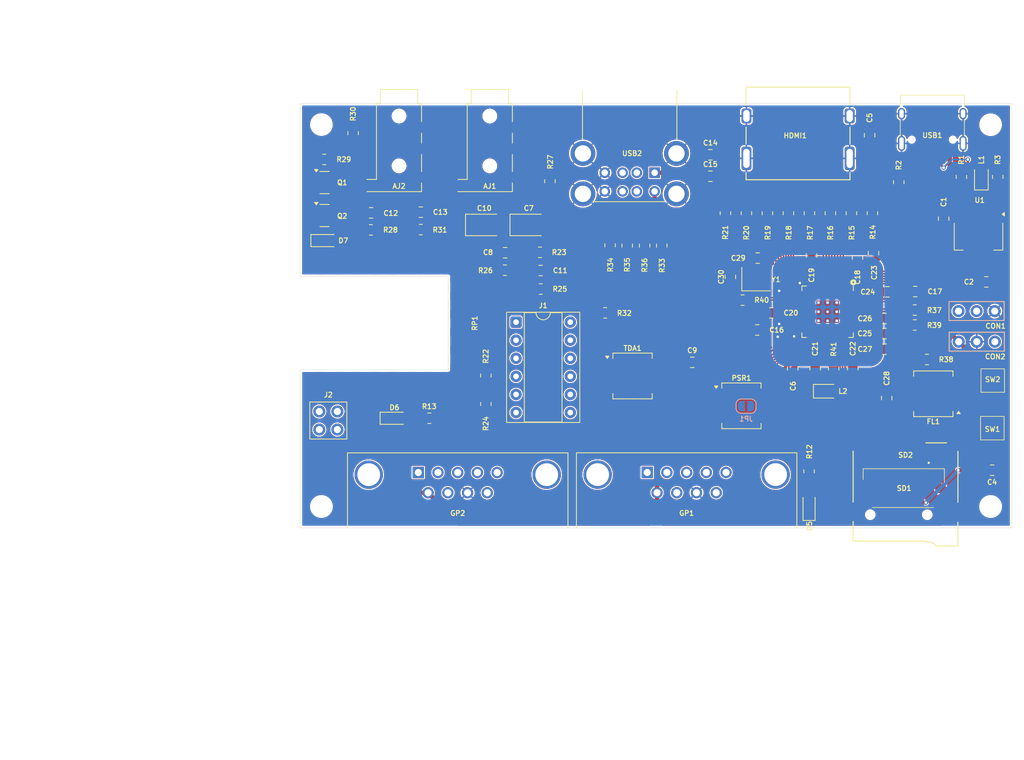
<source format=kicad_pcb>
(kicad_pcb (version 20241229) (generator "pcbnew") (generator_version "9.0")
  (title_block (title "FRANK M1") (date "2025-03-03") (rev "1.14") (company "Mikhail Matveev") (comment 1 "https://github.com/xtremespb/frank"))
  (layers (0 "F.Cu" signal) (2 "B.Cu" signal) (13 "F.Paste" user) (15 "B.Paste" user) (5 "F.SilkS" user "F.Silkscreen") (7 "B.SilkS" user "B.Silkscreen") (1 "F.Mask" user) (3 "B.Mask" user) (25 "Edge.Cuts" user))
  (net 0 "")
  (net 1 "/LOAD_IN_D")
  (net 2 "GND")
  (net 3 "/Audio Out/R")
  (net 4 "/Audio Out/L")
  (net 5 "VBUS")
  (net 6 "+3V3")
  (net 7 "Net-(RP2-VREG_VOUT)")
  (net 8 "Net-(C29-Pad1)")
  (net 9 "/RP2040/XIN")
  (net 10 "/RP2040/QSPI_SD3")
  (net 11 "/RP2040/QSPI_SD2")
  (net 12 "/RP2040/QSPI_SD1")
  (net 13 "/RP2040/QSPI_SCLK")
  (net 14 "/RP2040/QSPI_SS")
  (net 15 "/RP2040/QSPI_SD0")
  (net 16 "Net-(L2-A)")
  (net 17 "/D+")
  (net 18 "Net-(RP2-USB_DP)")
  (net 19 "/RP2040/~{USB_BOOT}")
  (net 20 "/GP1_DATA")
  (net 21 "/GP2_DATA")
  (net 22 "/D-")
  (net 23 "Net-(RP2-USB_DM)")
  (net 24 "/RP2040/XOUT")
  (net 25 "/RP2040/GPIO25")
  (net 30 "Net-(GP1-Pad2)")
  (net 33 "Net-(GP2-Pad2)")
  (net 36 "/A_OUTR")
  (net 37 "/ZGPIO9")
  (net 38 "/ZGPIO29")
  (net 39 "/A_OUTL")
  (net 40 "/A_OUTB")
  (net 41 "/A_TDAR")
  (net 42 "/ZGPIO7")
  (net 43 "/A_TDAL")
  (net 44 "/ZGPIO8")
  (net 45 "/MS_CLK")
  (net 46 "/MS_DATA")
  (net 49 "Net-(C7-Pad1)")
  (net 50 "Net-(C10-Pad1)")
  (net 51 "Net-(C13-Pad2)")
  (net 52 "Net-(USB1-CC1)")
  (net 53 "Net-(USB1-CC2)")
  (net 54 "Net-(USB2-D1+)")
  (net 55 "/USB_D1P")
  (net 56 "/USB_D2P")
  (net 57 "Net-(USB2-D2+)")
  (net 58 "/USB_D1M")
  (net 59 "Net-(USB2-D1-)")
  (net 60 "/USB_D2M")
  (net 61 "Net-(USB2-D2-)")
  (net 62 "/ZGPIO13")
  (net 63 "Net-(D7-K)")
  (net 64 "Net-(D7-A)")
  (net 65 "Net-(L1-A)")
  (net 66 "/ZGPIO0")
  (net 67 "/ZGPIO6")
  (net 68 "/ZGPIO1")
  (net 69 "/ZGPIO26")
  (net 70 "/ZGPIO28")
  (net 71 "/ZGPIO10")
  (net 73 "/ZGPIO27")
  (net 74 "/GPIO23")
  (net 75 "/GPIO24")
  (net 76 "Net-(Q1-B)")
  (net 77 "/GPIO027")
  (net 78 "/SWCLK")
  (net 79 "/SWD")
  (net 80 "/RP2040/RUN")
  (net 81 "/GPIO29")
  (net 82 "/DET")
  (net 83 "/POL")
  (net 84 "/DAT2")
  (net 85 "/DAT1")
  (net 88 "Net-(JP1-A)")
  (net 89 "Net-(TDA1-FLT)")
  (net 90 "/GPIO8")
  (net 91 "/GPIO12")
  (net 92 "/GPIO6")
  (net 93 "/GPIO10")
  (net 94 "/GPIO13")
  (net 95 "/GPIO0")
  (net 96 "/GPIO1")
  (net 97 "/GPIO14")
  (net 98 "/GPIO15")
  (net 99 "/GPIO26")
  (net 100 "/GPIO27")
  (net 101 "/GPIO16")
  (net 102 "/GPIO22")
  (net 103 "/GPIO28")
  (net 104 "/GPIO21")
  (net 105 "/GPIO17")
  (net 106 "/GPIO19")
  (net 107 "/GPIO18")
  (net 108 "/GPIO20")
  (net 109 "/GPIO5")
  (net 110 "/GPIO2")
  (net 111 "/GPIO4")
  (net 112 "/GPIO3")
  (net 113 "Net-(HDMI1-D0P)")
  (net 116 "Net-(HDMI1-CLKN)")
  (net 117 "Net-(HDMI1-D2P)")
  (net 118 "Net-(HDMI1-D1N)")
  (net 120 "Net-(HDMI1-D1P)")
  (net 121 "Net-(HDMI1-D0N)")
  (net 123 "Net-(HDMI1-D2N)")
  (net 125 "Net-(HDMI1-CLKP)")
  (net 126 "/GPIO9")
  (net 127 "/GPIO7")
  (net 128 "/GPIO11")
  (net 131 "/Audio Out/R*")
  (footprint "FRANK:Capacitor (0805)" (layer "F.Cu") (at 204.5375 62.4)
    (property "Reference" "C14")
    (property "Value" "10u")
  )
  (footprint "FRANK:Capacitor (0805)" (layer "F.Cu") (at 224.55 92.3675 -90)
    (property "Reference" "C22")
    (property "Value" "100n")
  )
  (footprint "FRANK:Resistor (0805)" (layer "F.Cu") (at 190.45 75.1 -90)
    (property "Reference" "R34")
    (property "Value" "22R")
  )
  (footprint "FRANK:Resistor (0805)" (layer "F.Cu") (at 224.35 70.6 -90)
    (property "Reference" "R15")
    (property "Value" "270R")
  )
  (footprint "FRANK:Mounting Hole (2.7mm)" (layer "F.Cu") (at 243.9 58.17)
    (property "Reference" "H1" (hide yes))
    (property "Value" "Hole 2.7mm")
  )
  (footprint "FRANK:Capacitor (0805)" (layer "F.Cu") (at 207.35 79.5425 90)
    (property "Reference" "C30")
    (property "Value" "15p")
  )
  (footprint "FRANK:Resistor (0805)" (layer "F.Cu") (at 180.7 81.25)
    (property "Reference" "R25")
    (property "Value" "2K")
  )
  (footprint "FRANK:Diode (SOD-323)" (layer "F.Cu") (at 218.4 111.75 90)
    (property "Reference" "D5")
    (property "Value" "3V3")
  )
  (footprint "FRANK:Resistor (0805)" (layer "F.Cu") (at 195.3 75.15 -90)
    (property "Reference" "R36")
    (property "Value" "22R")
  )
  (footprint "FRANK:MicroSD (SMD, long)" (layer "F.Cu") (at 231.95 101.65 180)
    (property "Reference" "SD2")
    (property "Value" "104031-0811")
  )
  (footprint "FRANK:Capacitor (0805)" (layer "F.Cu") (at 225.2 76.8375 90)
    (property "Reference" "C18")
    (property "Value" "100n")
  )
  (footprint "FRANK:Capacitor (0805)" (layer "F.Cu") (at 243.2875 80.25)
    (property "Reference" "C2")
    (property "Value" "10u")
  )
  (footprint "FRANK:Resistor (0805)" (layer "F.Cu") (at 189.75 84.6)
    (property "Reference" "R32")
    (property "Value" "100R")
  )
  (footprint "FRANK:SOT-23" (layer "F.Cu") (at 150.3375 66.3)
    (property "Reference" "Q1")
    (property "Value" "BC850")
  )
  (footprint "FRANK:Button (SMD, 3x3mm, 1-1)" (layer "F.Cu") (at 245.795 99.14 -90)
    (property "Reference" "SW1")
    (property "Value" "SW_Push" (hide yes))
  )
  (footprint "FRANK:Mounting Hole (2.7mm)" (layer "F.Cu") (at 243.9 111.8)
    (property "Reference" "H3" (hide yes))
    (property "Value" "Hole 2.7mm")
  )
  (footprint "FRANK:Resistor (0805)" (layer "F.Cu") (at 192.85 75.15 -90)
    (property "Reference" "R35")
    (property "Value" "22R")
  )
  (footprint "FRANK:USB Type A (stacked)" (layer "F.Cu") (at 196.7 64.91 -90)
    (property "Reference" "USB2")
    (property "Value" "SS-52100-004")
  )
  (footprint "FRANK:Capacitor (0805)" (layer "F.Cu") (at 229.4125 81.65)
    (property "Reference" "C24")
    (property "Value" "100n")
  )
  (footprint "FRANK:Resistor (0805)" (layer "F.Cu") (at 180.6 76.1 180)
    (property "Reference" "R23")
    (property "Value" "330R")
  )
  (footprint "FRANK:Resistor (0805)" (layer "F.Cu") (at 175.675 78.6 180)
    (property "Reference" "R26")
    (property "Value" "1K")
  )
  (footprint "FRANK:Resistor (0805)" (layer "F.Cu") (at 215.5 70.6 -90)
    (property "Reference" "R18")
    (property "Value" "270R")
  )
  (footprint "FRANK:Resistor (0805)" (layer "F.Cu") (at 231 66.25 90)
    (property "Reference" "R2")
    (property "Value" "5.1K")
  )
  (footprint "FRANK:Diode (SOD-323)" (layer "F.Cu") (at 150.425 74.45)
    (property "Reference" "D7")
    (property "Value" "1N4148")
  )
  (footprint "FRANK:Resistor (0805)" (layer "F.Cu") (at 156.85 72.95)
    (property "Reference" "R28")
    (property "Value" "10K")
  )
  (footprint "FRANK:LED (0805)" (layer "F.Cu") (at 220.875 95.605)
    (property "Reference" "L2")
    (property "Value" "BLUE")
  )
  (footprint "FRANK:Capacitor (3528, tantalum, polar)" (layer "F.Cu") (at 179.025 72.25)
    (property "Reference" "C7")
    (property "Value" "10u")
  )
  (footprint "FRANK:Resistor (0805)" (layer "F.Cu") (at 163.85 72.9 180)
    (property "Reference" "R31")
    (property "Value" "10K")
  )
  (footprint "FRANK:Capacitor (3528, tantalum, polar)" (layer "F.Cu") (at 172.775 72.25)
    (property "Reference" "C10")
    (property "Value" "10u")
  )
  (footprint "FRANK:USB Type C" (layer "F.Cu") (at 235.71 54.015 180)
    (property "Reference" "USB1")
    (property "Value" "USB4215")
  )
  (footprint "FRANK:Capacitor (0805)" (layer "F.Cu") (at 228.9875 87.5)
    (property "Reference" "C25")
    (property "Value" "100n")
  )
  (footprint "FRANK:Mounting Hole (2.7mm)" (layer "F.Cu") (at 149.9 111.8)
    (property "Reference" "H4" (hide yes))
    (property "Value" "Hole 2.7mm")
  )
  (footprint "FRANK:Capacitor (0805)" (layer "F.Cu") (at 237.3 71.3625 -90)
    (property "Reference" "C1")
    (property "Value" "10u")
  )
  (footprint "FRANK:DIP Switch (6x6)" (layer "F.Cu") (at 177.24 85.9)
    (property "Reference" "J1")
    (property "Value" "Pin Header 2x18" (hide yes))
  )
  (footprint "FRANK:D-SUB (9 pin, male, top mount)" (layer "F.Cu") (at 163.505 107.025)
    (property "Reference" "GP2")
    (property "Value" "D-SUB 9 Male")
  )
  (footprint "FRANK:Resistor (0805)" (layer "F.Cu") (at 173 93.4 90)
    (property "Reference" "R22")
    (property "Value" "1K")
  )
  (footprint "FRANK:Capacitor (0805)" (layer "F.Cu") (at 204.5375 65.41)
    (property "Reference" "C15")
    (property "Value" "10u")
  )
  (footprint "FRANK:Capacitor (0805)" (layer "F.Cu") (at 227.45 76.2125 90)
    (property "Reference" "C23")
    (property "Value" "100n")
  )
  (footprint "FRANK:Resistor (0805)" (layer "F.Cu") (at 173 97.4 -90)
    (property "Reference" "R24")
    (property "Value" "2K")
  )
  (footprint "FRANK:Capacitor (0805)" (layer "F.Cu") (at 201.9875 91.55)
    (property "Reference" "C9")
    (property "Value" "10u")
  )
  (footprint "FRANK:Resistor (0805)" (layer "F.Cu") (at 218.45 70.6 -90)
    (property "Reference" "R17")
    (property "Value" "270R")
  )
  (footprint "FRANK:SOIC-8" (layer "F.Cu") (at 235.85 95.965 180)
    (property "Reference" "FL1")
    (property "Value" "W25Q128JVSIQ")
  )
  (footprint "FRANK:Diode (SOD-323)" (layer "F.Cu") (at 160.155 99.4)
    (property "Reference" "D6")
    (property "Value" "3V3")
  )
  (footprint "FRANK:Jack (3.5mm, PJ-320D)" (layer "F.Cu") (at 160.8 61.7 -90)
    (property "Reference" "AJ2")
    (property "Value" "SJ1-353XNG" (hide yes))
  )
  (footprint "FRANK:Capacitor (0805)" (layer "F.Cu") (at 219.25 92.3675 -90)
    (property "Reference" "C21")
    (property "Value" "100n")
  )
  (footprint "FRANK:Resistor (0805)" (layer "F.Cu") (at 233.25 86.3 180)
    (property "Reference" "R39")
    (property "Value" "27R")
  )
  (footprint "FRANK:Resistor (0805)" (layer "F.Cu") (at 209.05 82.805 180)
    (property "Reference" "R40")
    (property "Value" "1K")
  )
  (footprint "FRANK:Resistor (0805)" (layer "F.Cu") (at 209.6 70.6 -90)
    (property "Reference" "R20")
    (property "Value" "270R")
  )
  (footprint "FRANK:Resistor (0805)" (layer "F.Cu") (at 239.8 65.5 90)
    (property "Reference" "R1")
    (property "Value" "5.1K")
  )
  (footprint "FRANK:Resistor (0805)" (layer "F.Cu") (at 182 66.1 90)
    (property "Reference" "R27")
    (property "Value" "330R")
  )
  (footprint "FRANK:Mounting Hole (2.7mm)" (layer "F.Cu") (at 149.9 58.15)
    (property "Reference" "H2" (hide yes))
    (property "Value" "Hole 2.7mm")
  )
  (footprint "FRANK:Resistor (0805)" (layer "F.Cu") (at 154.35 59.35 90)
    (property "Reference" "R30")
    (property "Value" "10K")
  )
  (footprint "FRANK:Capacitor (0805)" (layer "F.Cu") (at 180.6875 78.65)
    (property "Reference" "C11")
    (property "Value" "10n")
  )
  (footprint "FRANK:Button (SMD, 3x3mm, 1-1)" (layer "F.Cu") (at 242.55 95.755 90)
    (property "Reference" "SW2")
    (property "Value" "SW_Push" (hide yes))
  )
  (footprint "FRANK:Resistor (0805)" (layer "F.Cu") (at 221.85 92.405 90)
    (property "Reference" "R41")
    (property "Value" "1K")
  )
  (footprint "FRANK:Resistor (0805)" (layer "F.Cu") (at 212.55 70.6 -90)
    (property "Reference" "R19")
    (property "Value" "270R")
  )
  (footprint "FRANK:Resistor (0805)" (layer "F.Cu") (at 244.9 65.5 -90)
    (property "Reference" "R3")
    (property "Value" "1K")
  )
  (footprint "FRANK:Resistor (0805)" (layer "F.Cu") (at 197.7 75.15 -90)
    (property "Reference" "R33")
    (property "Value" "22R")
  )
  (footprint "FRANK:Capacitor (0805)" (layer "F.Cu") (at 229.3 96.5625 90)
    (property "Reference" "C28")
    (property "Value" "100n")
  )
  (footprint "FRANK:Capacitor (0805)" (layer "F.Cu") (at 163.8625 70.45 180)
    (property "Reference" "C13")
    (property "Value" "100n")
  )
  (footprint "FRANK:Resistor (0805)" (layer "F.Cu") (at 233.25 84.2 180)
    (property "Reference" "R37")
    (property "Value" "27R")
  )
  (footprint "FRANK:Capacitor (0805)" (layer "F.Cu") (at 228.9875 89.7)
    (property "Reference" "C27")
    (property "Value" "1u")
  )
  (footprint "FRANK:Capacitor (0805)" (layer "F.Cu") (at 218.75 76.5425 90)
    (property "Reference" "C19")
    (property "Value" "100n")
  )
  (footprint "FRANK:Capacitor (0805)" (layer "F.Cu") (at 211.1875 76.905 180)
    (property "Reference" "C29")
    (property "Value" "15p")
  )
  (footprint "FRANK:QFN 56" (layer "F.Cu") (at 221 84.4375 -90)
    (property "Reference" "RP2" (hide yes))
    (property "Value" "RP2040")
  )
  (footprint "FRANK:Capacitor (0805)" (layer "F.Cu") (at 226.9 59.6375 90)
    (property "Reference" "C5")
    (property "Value" "100n")
  )
  (footprint "FRANK:Capacitor (0805)" (layer "F.Cu") (at 233.3125 81.6)
    (property "Reference" "C17")
    (property "Value" "100n")
  )
  (footprint "FRANK:Raspberry Pi Zero (on board)" (layer "F.Cu") (at 158.66 86.05 90)
    (property "Reference" "RP1" (hide yes))
    (property "Value" "RP2040-Zero" (hide yes))
  )
  (footprint "FRANK:Resistor (0805)" (layer "F.Cu") (at 221.4 70.6 -90)
    (property "Reference" "R16")
    (property "Value" "270R")
  )
  (footprint "FRANK:D-SUB (9 pin, male, top mount)" (layer "F.Cu") (at 195.66 107.015)
    (property "Reference" "GP1")
    (property "Value" "D-SUB 9 Male")
  )
  (footprint "FRANK:SOT-223" (layer "F.Cu") (at 242.2 73.875 -90)
    (property "Reference" "U1")
    (property "Value" "NCP1117 3.3")
  )
  (footprint "FRANK:SOIC-8" (layer "F.Cu") (at 208.9 97.655)
    (property "Reference" "PSR1")
    (property "Value" "ESP-PSRAM32")
  )
  (footprint "FRANK:Capacitor (0805)" (layer "F.Cu") (at 244.1125 106.7 180)
    (property "Reference" "C4")
    (property "Value" "100n")
  )
  (footprint "FRANK:Capacitor (0805)" (layer "F.Cu") (at 213.0875 84.605 180)
    (property "Reference" "C20")
    (property "Value" "100n")
  )
  (footprint "FRANK:Pin Header (1x03)" (layer "F.Cu") (at 244.475 84.35 -90)
    (property "Reference" "CON1")
    (property "Value" "Pin Header 1x03")
  )
  (footprint "FRANK:Capacitor (0805)" (layer "F.Cu") (at 211.1125 87.005 180)
    (property "Reference" "C16")
    (property "Value" "100n")
  )
  (footprint "FRANK:HDMI (female)" (layer "F.Cu") (at 216.85 62.9 180)
    (property "Reference" "HDMI1")
    (property "Value" "DC3RX19JA2")
  )
  (footprint "FRANK:Capacitor (0805)" (layer "F.Cu") (at 228.9875 85.4)
    (property "Reference" "C26")
    (property "Value" "1u")
  )
  (footprint "FRANK:Jack (3.5mm, PJ-320D)" (layer "F.Cu") (at 173.55 61.7 -90)
    (property "Reference" "AJ1")
    (property "Value" "SJ1-353XNG" (hide yes))
  )
  (footprint "FRANK:Crystal (3225)" (layer "F.Cu") (at 210.95 79.855)
    (property "Reference" "Y1")
    (property "Value" "12 MHz")
  )
  (footprint "FRANK:Resistor (0805)" (layer "F.Cu") (at 165.05 99.4)
    (property "Reference" "R13")
    (property "Value" "1K")
  )
  (footprint "FRANK:Capacitor (0805)" (layer "F.Cu") (at 216.1 92.3875 -90)
    (property "Reference" "C6")
    (property "Value" "100n")
  )
  (footprint "FRANK:Capacitor (0805)" (layer "F.Cu") (at 175.7125 76.15 180)
    (property "Reference" "C8")
    (property "Value" "10n")
  )
  (footprint "FRANK:Resistor (0805)" (layer "F.Cu") (at 234.95 91.15)
    (property "Reference" "R38")
    (property "Value" "1K")
  )
  (footprint "FRANK:LED (0805)" (layer "F.Cu") (at 242.6 65.475 90)
    (property "Reference" "L1")
    (property "Value" "Green")
  )
  (footprint "FRANK:Capacitor (0805)" (layer "F.Cu") (at 156.8875 70.55)
    (property "Reference" "C12")
    (property "Value" "100n")
  )
  (footprint "FRANK:Resistor (0805)" (layer "F.Cu") (at 206.65 70.6 -90)
    (property "Reference" "R21")
    (property "Value" "270R")
  )
  (footprint "FRANK:SOT-23" (layer "F.Cu") (at 150.3375 70.925)
    (property "Reference" "Q2")
    (property "Value" "BC850")
  )
  (footprint "FRANK:Resistor (0805)" (layer "F.Cu") (at 218.4 106.855 90)
    (property "Reference" "R12")
    (property "Value" "1K")
  )
  (footprint "FRANK:Pin Header (1x03)" (layer "F.Cu") (at 239.42 88.65 90)
    (property "Reference" "CON2")
    (property "Value" "Pin Header 1x03")
  )
  (footprint "FRANK:Resistor (0805)" (layer "F.Cu") (at 227.3 70.6 -90)
    (property "Reference" "R14")
    (property "Value" "270R")
  )
  (footprint "FRANK:SOIC-8" (layer "F.Cu") (at 193.6 93.465)
    (property "Reference" "TDA1")
    (property "Value" "TDA1387T")
  )
  (footprint "FRANK:Resistor (0805)" (layer "F.Cu") (at 150.3 63.05)
    (property "Reference" "R29")
    (property "Value" "1K")
  )
  (footprint "FRANK:MicroSD (SMD, short)" (layer "F.Cu") (at 231.7 109.24)
    (property "Reference" "SD1")
    (property "Value" "0475710001" (hide yes))
  )
  (footprint "FRANK:Pin Header (2x02)" (layer "F.Cu") (at 149.6 98.45)
    (property "Reference" "J2")
    (property "Value" "Pin Header 2x18" (hide yes))
  )
  (footprint "FRANK:Jumper (solder)" (layer "B.Cu") (at 209.55 97.7)
    (property "Reference" "JP1")
    (property "Value" "Jumper (Solder)")
  )
  (gr_line (start 167.7 92.6) (end 167.7 79.5) (stroke (width 0.05)) (layer "Edge.Cuts"))
  (gr_line (start 146.9 92.6) (end 167.7 92.6) (stroke (width 0.05)) (layer "Edge.Cuts"))
  (gr_line (start 146.9 92.6) (end 146.9 114.8) (stroke (width 0.05)) (layer "Edge.Cuts"))
  (gr_line (start 146.9 55.17) (end 246.9 55.17) (stroke (width 0.05)) (layer "Edge.Cuts"))
  (gr_line (start 167.7 79.5) (end 146.9 79.5) (stroke (width 0.05)) (layer "Edge.Cuts"))
  (gr_line (start 246.9 114.8) (end 146.9 114.8) (stroke (width 0.05)) (layer "Edge.Cuts"))
  (gr_line (start 246.9 114.8) (end 246.9 55.17) (stroke (width 0.05)) (layer "Edge.Cuts"))
  (gr_line (start 146.9 79.5) (end 146.9 55.17) (stroke (width 0.05)) (layer "Edge.Cuts"))
  (segment (start 197.045 109.855) (end 197.045 113.054) (width 0.6) (layer "F.Cu") (net 5))
  (segment (start 200.681685 70.081) (end 197.731 70.081) (width 0.6) (layer "F.Cu") (net 5))
  (segment (start 238.55 112.45) (end 236.801 114.199) (width 0.6) (layer "F.Cu") (net 5))
  (segment (start 147.9 94.77) (end 148.5 94.17) (width 0.6) (layer "F.Cu") (net 5))
  (segment (start 242.5 62.65) (end 244.848292 62.65) (width 0.6) (layer "F.Cu") (net 5))
  (segment (start 234.561719 59.55) (end 236.7 59.55) (width 0.3) (layer "F.Cu") (net 5))
  (segment (start 195.9 114.199) (end 169.224 114.199) (width 0.6) (layer "F.Cu") (net 5))
  (segment (start 238.55 110.7) (end 238.55 112.45) (width 0.6) (layer "F.Cu") (net 5))
  (segment (start 224.310654 65.26) (end 226.9 62.670654) (width 0.3) (layer "F.Cu") (net 5))
  (segment (start 205.225 60.675) (end 203.5 62.4) (width 0.6) (layer "F.Cu") (net 5))
  (segment (start 240.951 64.199) (end 242.5 62.65) (width 0.6) (layer "F.Cu") (net 5))
  (segment (start 238.16 61.01) (end 238.16 61.71) (width 0.3) (layer "F.Cu") (net 5))
  (segment (start 246.051 85.849) (end 246.201 85.999) (width 0.6) (layer "F.Cu") (net 5))
  (segment (start 244.848292 62.65) (end 246.051 63.852708) (width 0.6) (layer "F.Cu") (net 5))
  (segment (start 237.3 70.325) (end 238.16 69.465) (width 0.6) (layer "F.Cu") (net 5))
  (segment (start 197.045 99.705) (end 197.1 99.65) (width 0.6) (layer "F.Cu") (net 5))
  (segment (start 197.731 70.081) (end 196.7 69.05) (width 0.6) (layer "F.Cu") (net 5))
  (segment (start 147.9 109.2) (end 147.9 94.77) (width 0.6) (layer "F.Cu") (net 5))
  (segment (start 197.045 109.855) (end 197.045 99.705) (width 0.6) (layer "F.Cu") (net 5))
  (segment (start 203.5 65.41) (end 203.5 62.4) (width 0.6) (layer "F.Cu") (net 5))
  (segment (start 197.899 114.199) (end 197.045 113.345) (width 0.6) (layer "F.Cu") (net 5))
  (segment (start 200.99 64.91) (end 196.7 64.91) (width 0.6) (layer "F.Cu") (net 5))
  (segment (start 226.9 60.675) (end 229.111 62.886) (width 0.6) (layer "F.Cu") (net 5))
  (segment (start 239.5 70.325) (end 239.9 70.725) (width 0.6) (layer "F.Cu") (net 5))
  (segment (start 241.374 107.876) (end 238.55 110.7) (width 0.6) (layer "F.Cu") (net 5))
  (segment (start 240.951 69.674) (end 240.951 64.199) (width 0.6) (layer "F.Cu") (net 5))
  (segment (start 237.3 70.325) (end 239.5 70.325) (width 0.6) (layer "F.Cu") (net 5))
  (segment (start 169.224 114.199) (end 164.89 109.865) (width 0.6) (layer "F.Cu") (net 5))
  (segment (start 203.5 67.262685) (end 200.681685 70.081) (width 0.6) (layer "F.Cu") (net 5))
  (segment (start 220.85 65.26) (end 224.310654 65.26) (width 0.3) (layer "F.Cu") (net 5))
  (segment (start 226.9 62.670654) (end 226.9 60.675) (width 0.3) (layer "F.Cu") (net 5))
  (segment (start 233.023 62.886) (end 233.26 62.649) (width 0.6) (layer "F.Cu") (net 5))
  (segment (start 233.26 61.71) (end 233.26 60.851719) (width 0.3) (layer "F.Cu") (net 5))
  (segment (start 220.85 63.66) (end 220.85 65.26) (width 0.3) (layer "F.Cu") (net 5))
  (segment (start 229.111 62.886) (end 233.023 62.886) (width 0.6) (layer "F.Cu") (net 5))
  (segment (start 164.89 109.865) (end 148.565 109.865) (width 0.6) (layer "F.Cu") (net 5))
  (segment (start 203.5 65.41) (end 203.5 67.262685) (width 0.6) (layer "F.Cu") (net 5))
  (segment (start 236.7 59.55) (end 238.16 61.01) (width 0.3) (layer "F.Cu") (net 5))
  (segment (start 197.1 99.65) (end 197.1 95.37) (width 0.6) (layer "F.Cu") (net 5))
  (segment (start 238.16 69.465) (end 238.16 61.71) (width 0.6) (layer "F.Cu") (net 5))
  (segment (start 203.5 62.4) (end 200.99 64.91) (width 0.6) (layer "F.Cu") (net 5))
  (segment (start 246.201 107.799) (end 246.124 107.876) (width 0.6) (layer "F.Cu") (net 5))
  (segment (start 233.26 60.851719) (end 234.561719 59.55) (width 0.3) (layer "F.Cu") (net 5))
  (segment (start 226.9 60.675) (end 205.225 60.675) (width 0.6) (layer "F.Cu") (net 5))
  (segment (start 236.801 114.199) (end 197.899 114.199) (width 0.6) (layer "F.Cu") (net 5))
  (segment (start 148.565 109.865) (end 147.9 109.2) (width 0.6) (layer "F.Cu") (net 5))
  (segment (start 246.051 63.852708) (end 246.051 85.849) (width 0.6) (layer "F.Cu") (net 5))
  (segment (start 239.9 70.725) (end 240.951 69.674) (width 0.6) (layer "F.Cu") (net 5))
  (segment (start 246.124 107.876) (end 241.374 107.876) (width 0.6) (layer "F.Cu") (net 5))
  (segment (start 233.26 62.649) (end 233.26 61.71) (width 0.6) (layer "F.Cu") (net 5))
  (segment (start 197.045 113.054) (end 195.9 114.199) (width 0.6) (layer "F.Cu") (net 5))
  (segment (start 197.045 113.345) (end 197.045 109.855) (width 0.6) (layer "F.Cu") (net 5))
  (segment (start 196.7 69.05) (end 196.7 67.53) (width 0.6) (layer "F.Cu") (net 5))
  (segment (start 246.201 85.999) (end 246.201 107.799) (width 0.6) (layer "F.Cu") (net 5))
  (segment (start 213.75 95.75) (end 213.75 93.7) (width 0.6) (layer "F.Cu") (net 6))
  (segment (start 242.2 77.025) (end 242.2 80.2) (width 0.6) (layer "F.Cu") (net 6))
  (segment (start 244.35 91.870778) (end 244.35 105.425) (width 0.6) (layer "F.Cu") (net 6))
  (segment (start 242.2 80.2) (end 242.25 80.25) (width 0.6) (layer "F.Cu") (net 6))
  (segment (start 236.8 76.949) (end 227.751 76.949) (width 0.6) (layer "F.Cu") (net 6))
  (segment (start 233.45 111.25) (end 231.95 109.75) (width 0.6) (layer "F.Cu") (net 6))
  (segment (start 213.75 93.7) (end 216.1 91.35) (width 0.6) (layer "F.Cu") (net 6))
  (segment (start 242.2 77.025) (end 242.124 76.949) (width 0.6) (layer "F.Cu") (net 6))
  (segment (start 242.2 70.725) (end 242.2 69.2) (width 0.6) (layer "F.Cu") (net 6))
  (segment (start 230.9 103.402) (end 230.9 102.45) (width 0.6) (layer "F.Cu") (net 6))
  (segment (start 241.814 91.044) (end 243.523222 91.044) (width 0.6) (layer "F.Cu") (net 6))
  (segment (start 231.95 109.75) (end 231.95 107.8) (width 0.6) (layer "F.Cu") (net 6))
  (segment (start 231.95 104.452) (end 230.9 103.402) (width 0.6) (layer "F.Cu") (net 6))
  (segment (start 243.075 106.7) (end 239.35 106.7) (width 0.6) (layer "F.Cu") (net 6))
  (segment (start 230.9 102.45) (end 230.9 99.2) (width 0.6) (layer "F.Cu") (net 6))
  (segment (start 242.124 76.949) (end 236.8 76.949) (width 0.6) (layer "F.Cu") (net 6))
  (segment (start 236.8 76.949) (end 238.6 78.749) (width 0.6) (layer "F.Cu") (net 6))
  (segment (start 229.3 97.6) (end 229.57 97.87) (width 0.6) (layer "F.Cu") (net 6))
  (segment (start 238.6 83.305108) (end 238.094 83.811108) (width 0.6) (layer "F.Cu") (net 6))
  (segment (start 227.751 76.949) (end 227.45 77.25) (width 0.6) (layer "F.Cu") (net 6))
  (segment (start 212.4 95.75) (end 213.75 95.75) (width 0.6) (layer "F.Cu") (net 6))
  (segment (start 230.9 99.2) (end 229.3 97.6) (width 0.6) (layer "F.Cu") (net 6))
  (segment (start 244.35 105.425) (end 243.075 106.7) (width 0.6) (layer "F.Cu") (net 6))
  (segment (start 243.523222 91.044) (end 244.35 91.870778) (width 0.6) (layer "F.Cu") (net 6))
  (segment (start 242.2 69.2) (end 244.9 66.5) (width 0.6) (layer "F.Cu") (net 6))
  (segment (start 238.094 87.324) (end 239.42 88.65) (width 0.6) (layer "F.Cu") (net 6))
  (segment (start 231.95 107.8) (end 231.95 104.452) (width 0.6) (layer "F.Cu") (net 6))
  (segment (start 238.094 83.811108) (end 238.094 87.324) (width 0.6) (layer "F.Cu") (net 6))
  (segment (start 239.42 88.65) (end 241.814 91.044) (width 0.6) (layer "F.Cu") (net 6))
  (segment (start 234.8 111.25) (end 233.45 111.25) (width 0.6) (layer "F.Cu") (net 6))
  (segment (start 229.57 97.87) (end 232.35 97.87) (width 0.6) (layer "F.Cu") (net 6))
  (segment (start 238.6 78.749) (end 238.6 83.305108) (width 0.6) (layer "F.Cu") (net 6))
  (segment (start 242.2 77.025) (end 242.2 70.725) (width 0.6) (layer "F.Cu") (net 6))
  (via (at 234.8 111.25) (size 0.6) (drill 0.35) (layers "F.Cu" "B.Cu") (net 6))
  (via (at 239.35 106.7) (size 0.6) (drill 0.35) (layers "F.Cu" "B.Cu") (net 6))
  (via (at 217.1 80.4) (size 0.6) (drill 0.35) (layers "F.Cu" "B.Cu") (net 6))
  (via (at 214 87.95) (size 0.6) (drill 0.35) (layers "F.Cu" "B.Cu") (net 6))
  (via (at 214.2 81.5) (size 0.6) (drill 0.35) (layers "F.Cu" "B.Cu") (net 6))
  (via (at 214.2 86.15) (size 0.6) (drill 0.35) (layers "F.Cu" "B.Cu") (net 6))
  (via (at 216.3 87.9) (size 0.6) (drill 0.35) (layers "F.Cu" "B.Cu") (net 6))
  (segment (start 239.35 106.7) (end 234.8 111.25) (width 0.6) (layer "B.Cu") (net 6))
  (segment (start 226.718583 85.096246) (end 226.914829 84.9) (width 0.2) (layer "F.Cu") (net 7))
  (segment (start 226.718582 85.096246) (end 226.718583 85.096246) (width 0.2) (layer "F.Cu") (net 7))
  (segment (start 225.544446 84.2375) (end 226.768779 83.013166) (width 0.2) (layer "F.Cu") (net 7))
  (segment (start 224.4375 84.2375) (end 225.544446 84.2375) (width 0.2) (layer "F.Cu") (net 7))
  (segment (start 224.4375 86.2375) (end 225.1125 86.2375) (width 0.2) (layer "F.Cu") (net 7))
  (segment (start 225.83194 85.982888) (end 225.83194 85.982889) (width 0.2) (layer "F.Cu") (net 7))
  (segment (start 216.8625 85.0375) (end 214.895 87.005) (width 0.2) (layer "F.Cu") (net 7))
  (segment (start 226.914828 84.9) (end 227.95 84.9) (width 0.2) (layer "F.Cu") (net 7))
  (segment (start 226.914829 84.9) (end 226.914828 84.9) (width 0.2) (layer "F.Cu") (net 7))
  (segment (start 226.768779 83.013166) (end 230.614782 83.013166) (width 0.2) (layer "F.Cu") (net 7))
  (segment (start 225.83194 85.982889) (end 226.718582 85.096246) (width 0.2) (layer "F.Cu") (net 7))
  (segment (start 232.05 81.577948) (end 232.05 81.45) (width 0.2) (layer "F.Cu") (net 7))
  (segment (start 230.614782 83.013166) (end 232.05 81.577948) (width 0.2) (layer "F.Cu") (net 7))
  (segment (start 225.1615 86.1885) (end 225.335552 86.1885) (width 0.2) (layer "F.Cu") (net 7))
  (segment (start 225.626328 86.1885) (end 225.83194 85.982888) (width 0.2) (layer "F.Cu") (net 7))
  (segment (start 225.626328 86.1885) (end 225.626329 86.1885) (width 0.2) (layer "F.Cu") (net 7))
  (segment (start 225.335552 86.1885) (end 225.626328 86.1885) (width 0.2) (layer "F.Cu") (net 7))
  (segment (start 225.1125 86.2375) (end 225.1615 86.1885) (width 0.2) (layer "F.Cu") (net 7))
  (segment (start 217.5625 85.0375) (end 216.8625 85.0375) (width 0.2) (layer "F.Cu") (net 7))
  (segment (start 214.895 87.005) (end 212.15 87.005) (width 0.2) (layer "F.Cu") (net 7))
  (segment (start 214.356 82.659612) (end 214.356 82.659611) (width 0.2) (layer "F.Cu") (net 9))
  (segment (start 217.5625 83.8375) (end 215.533888 83.8375) (width 0.2) (layer "F.Cu") (net 9))
  (segment (start 214.054 82.454) (end 213.859612 82.454) (width 0.2) (layer "F.Cu") (net 9))
  (segment (start 211.599 82.454) (end 209.85 80.705) (width 0.2) (layer "F.Cu") (net 9))
  (segment (start 213.859612 82.454) (end 211.599 82.454) (width 0.2) (layer "F.Cu") (net 9))
  (segment (start 214.356 82.659611) (end 214.150389 82.454) (width 0.2) (layer "F.Cu") (net 9))
  (segment (start 214.150389 82.454) (end 214.150388 82.454) (width 0.2) (layer "F.Cu") (net 9))
  (segment (start 214.150388 82.454) (end 214.054 82.454) (width 0.2) (layer "F.Cu") (net 9))
  (segment (start 215.533888 83.8375) (end 214.356 82.659612) (width 0.2) (layer "F.Cu") (net 9))
  (segment (start 227.330552 80.505) (end 228.45 80.505) (width 0.2) (layer "F.Cu") (net 10))
  (segment (start 231.4 79.85) (end 231.95 79.3) (width 0.2) (layer "F.Cu") (net 10))
  (segment (start 227.25 82.035557) (end 227.25 80.8) (width 0.2) (layer "F.Cu") (net 10))
  (segment (start 225.448057 83.8375) (end 226.417779 82.867778) (width 0.2) (layer "F.Cu") (net 10))
  (segment (start 224.4375 83.8375) (end 225.448057 83.8375) (width 0.2) (layer "F.Cu") (net 10))
  (segment (start 228.45 80.505) (end 230.745 80.505) (width 0.2) (layer "F.Cu") (net 10))
  (segment (start 227.25 80.8) (end 227.25 80.585552) (width 0.2) (layer "F.Cu") (net 10))
  (segment (start 230.745 80.505) (end 231.4 79.85) (width 0.2) (layer "F.Cu") (net 10))
  (segment (start 226.417779 82.867778) (end 227.25 82.035557) (width 0.2) (layer "F.Cu") (net 10))
  (segment (start 227.25 80.585552) (end 227.330552 80.505) (width 0.2) (layer "F.Cu") (net 10))
  (segment (start 225.158888 82.6375) (end 225.207889 82.5885) (width 0.2) (layer "F.Cu") (net 11))
  (segment (start 230.451 79.245389) (end 231.423194 78.273194) (width 0.2) (layer "F.Cu") (net 11))
  (segment (start 225.746388 82.046388) (end 226.152 81.640776) (width 0.2) (layer "F.Cu") (net 11))
  (segment (start 226.152 80.952) (end 226.152 80.194388) (width 0.2) (layer "F.Cu") (net 11))
  (segment (start 225.4135 82.382889) (end 225.4135 82.382888) (width 0.2) (layer "F.Cu") (net 11))
  (segment (start 226.152 80.194388) (end 226.894388 79.452) (width 0.2) (layer "F.Cu") (net 11))
  (segment (start 225.207889 82.5885) (end 225.207888 82.5885) (width 0.2) (layer "F.Cu") (net 11))
  (segment (start 225.4135 82.382888) (end 225.451 82.345389) (width 0.2) (layer "F.Cu") (net 11))
  (segment (start 230.245388 79.451) (end 230.245389 79.451) (width 0.2) (layer "F.Cu") (net 11))
  (segment (start 225.207889 82.5885) (end 225.4135 82.382889) (width 0.2) (layer "F.Cu") (net 11))
  (segment (start 230.241778 79.451) (end 230.245388 79.451) (width 0.2) (layer "F.Cu") (net 11))
  (segment (start 230.240777 79.452) (end 230.241778 79.451) (width 0.2) (layer "F.Cu") (net 11))
  (segment (start 226.894388 79.452) (end 229.950001 79.452) (width 0.2) (layer "F.Cu") (net 11))
  (segment (start 230.245389 79.451) (end 230.451 79.245389) (width 0.2) (layer "F.Cu") (net 11))
  (segment (start 230.240778 79.452) (end 230.240777 79.452) (width 0.2) (layer "F.Cu") (net 11))
  (segment (start 226.152 81.640776) (end 226.152 80.952) (width 0.2) (layer "F.Cu") (net 11))
  (segment (start 225.746388 82.05) (end 225.746388 82.046388) (width 0.2) (layer "F.Cu") (net 11))
  (segment (start 224.4375 82.6375) (end 225.158888 82.6375) (width 0.2) (layer "F.Cu") (net 11))
  (segment (start 229.950001 79.452) (end 230.240778 79.452) (width 0.2) (layer "F.Cu") (net 11))
  (segment (start 225.451 82.345389) (end 225.746388 82.05) (width 0.2) (layer "F.Cu") (net 11))
  (segment (start 225.3135 81.982889) (end 225.3135 81.982888) (width 0.2) (layer "F.Cu") (net 12))
  (segment (start 230.095389 79.101) (end 230.096389 79.1) (width 0.2) (layer "F.Cu") (net 12))
  (segment (start 225.1 82.196388) (end 225.107888 82.1885) (width 0.2) (layer "F.Cu") (net 12))
  (segment (start 225.107888 82.1885) (end 225.107889 82.1885) (width 0.2) (layer "F.Cu") (net 12))
  (segment (start 225.595389 81.701) (end 225.595388 81.701) (width 0.2) (layer "F.Cu") (net 12))
  (segment (start 225.595389 81.701) (end 225.801 81.495389) (width 0.2) (layer "F.Cu") (net 12))
  (segment (start 225.3135 81.982888) (end 225.595389 81.701) (width 0.2) (layer "F.Cu") (net 12))
  (segment (start 225.1 82.2) (end 225.1 82.196388) (width 0.2) (layer "F.Cu") (net 12))
  (segment (start 225.801 80.049) (end 226.749 79.101) (width 0.2) (layer "F.Cu") (net 12))
  (segment (start 225.0625 82.2375) (end 225.1 82.2) (width 0.2) (layer "F.Cu") (net 12))
  (segment (start 225.801 81.495389) (end 225.801 80.049) (width 0.2) (layer "F.Cu") (net 12))
  (segment (start 226.749 79.101) (end 230.095389 79.101) (width 0.2) (layer "F.Cu") (net 12))
  (segment (start 224.4375 82.2375) (end 225.0625 82.2375) (width 0.2) (layer "F.Cu") (net 12))
  (segment (start 225.107889 82.1885) (end 225.3135 81.982889) (width 0.2) (layer "F.Cu") (net 12))
  (segment (start 230.1 79.1) (end 231.35 77.85) (width 0.2) (layer "F.Cu") (net 12))
  (segment (start 230.096389 79.1) (end 230.1 79.1) (width 0.2) (layer "F.Cu") (net 12))
  (segment (start 227.185164 80.154) (end 229.05 80.154) (width 0.2) (layer "F.Cu") (net 13))
  (segment (start 230.592388 80.154001) (end 231.773194 78.973194) (width 0.2) (layer "F.Cu") (net 13))
  (segment (start 226.854 81.935169) (end 226.854 80.7) (width 0.2) (layer "F.Cu") (net 13))
  (segment (start 225.769586 83.019583) (end 226.854 81.935169) (width 0.2) (layer "F.Cu") (net 13))
  (segment (start 226.854 80.485164) (end 227.185164 80.154) (width 0.2) (layer "F.Cu") (net 13))
  (segment (start 225.351669 83.4375) (end 225.769586 83.019583) (width 0.2) (layer "F.Cu") (net 13))
  (segment (start 226.854 80.7) (end 226.854 80.485164) (width 0.2) (layer "F.Cu") (net 13))
  (segment (start 229.05 80.154) (end 230.592388 80.154001) (width 0.2) (layer "F.Cu") (net 13))
  (segment (start 224.4375 83.4375) (end 225.351669 83.4375) (width 0.2) (layer "F.Cu") (net 13))
  (segment (start 225.45 79.9) (end 226.6 78.75) (width 0.2) (layer "F.Cu") (net 14))
  (segment (start 225.45 81.35) (end 225.45 79.9) (width 0.2) (layer "F.Cu") (net 14))
  (segment (start 224.4375 81.8375) (end 224.9625 81.8375) (width 0.2) (layer "F.Cu") (net 14))
  (segment (start 224.9625 81.8375) (end 225.45 81.35) (width 0.2) (layer "F.Cu") (net 14))
  (segment (start 226.6 78.75) (end 229.95 78.75) (width 0.2) (layer "F.Cu") (net 14))
  (segment (start 229.95 78.75) (end 231.2 77.5) (width 0.2) (layer "F.Cu") (net 14))
  (segment (start 224.4375 83.0375) (end 225.255276 83.0375) (width 0.2) (layer "F.Cu") (net 15))
  (segment (start 226.503 80.806611) (end 226.503 80.339776) (width 0.2) (layer "F.Cu") (net 15))
  (segment (start 226.503 81.495388) (end 226.503 81.097389) (width 0.2) (layer "F.Cu") (net 15))
  (segment (start 225.353279 82.939501) (end 225.546638 82.746142) (width 0.2) (layer "F.Cu") (net 15))
  (segment (start 225.353276 82.9395) (end 225.353277 82.9395) (width 0.2) (layer "F.Cu") (net 15))
  (segment (start 225.558888 82.733893) (end 225.55889 82.73389) (width 0.2) (layer "F.Cu") (net 15))
  (segment (start 226.4 81.889164) (end 226.503 81.786165) (width 0.2) (layer "F.Cu") (net 15))
  (segment (start 225.718841 82.573937) (end 225.801998 82.490783) (width 0.2) (layer "F.Cu") (net 15))
  (segment (start 230.448 79.802) (end 231.6 78.65) (width 0.2) (layer "F.Cu") (net 15))
  (segment (start 225.558888 82.733892) (end 225.558888 82.733893) (width 0.2) (layer "F.Cu") (net 15))
  (segment (start 225.59639 82.696389) (end 225.604383 82.688394) (width 0.2) (layer "F.Cu") (net 15))
  (segment (start 225.680301 82.612476) (end 225.710725 82.582053) (width 0.2) (layer "F.Cu") (net 15))
  (segment (start 230.390778 79.802001) (end 230.390779 79.802) (width 0.2) (layer "F.Cu") (net 15))
  (segment (start 230.386167 79.803) (end 230.386168 79.803001) (width 0.2) (layer "F.Cu") (net 15))
  (segment (start 225.801998 82.490779) (end 225.891777 82.401) (width 0.2) (layer "F.Cu") (net 15))
  (segment (start 225.353277 82.9395) (end 225.353279 82.939501) (width 0.2) (layer "F.Cu") (net 15))
  (segment (start 225.801998 82.490783) (end 225.801998 82.490779) (width 0.2) (layer "F.Cu") (net 15))
  (segment (start 227.039776 79.803) (end 229.804612 79.803) (width 0.2) (layer "F.Cu") (net 15))
  (segment (start 230.386168 79.803001) (end 230.387168 79.802001) (width 0.2) (layer "F.Cu") (net 15))
  (segment (start 225.930389 82.362388) (end 226.097388 82.195389) (width 0.2) (layer "F.Cu") (net 15))
  (segment (start 226.503 81.097389) (end 226.503 80.806611) (width 0.2) (layer "F.Cu") (net 15))
  (segment (start 226.55 80.292776) (end 227.039776 79.803) (width 0.2) (layer "F.Cu") (net 15))
  (segment (start 230.095389 79.803) (end 230.095388 79.803001) (width 0.2) (layer "F.Cu") (net 15))
  (segment (start 229.804612 79.803) (end 230.095389 79.803) (width 0.2) (layer "F.Cu") (net 15))
  (segment (start 226.503 80.339776) (end 226.55 80.292776) (width 0.2) (layer "F.Cu") (net 15))
  (segment (start 226.097388 82.195389) (end 226.4 81.892777) (width 0.2) (layer "F.Cu") (net 15))
  (segment (start 230.095388 79.803001) (end 230.386167 79.803) (width 0.2) (layer "F.Cu") (net 15))
  (segment (start 230.387168 79.802001) (end 230.390778 79.802001) (width 0.2) (layer "F.Cu") (net 15))
  (segment (start 226.4 81.892777) (end 226.4 81.889164) (width 0.2) (layer "F.Cu") (net 15))
  (segment (start 225.558889 82.733889) (end 225.596388 82.696389) (width 0.2) (layer "F.Cu") (net 15))
  (segment (start 226.503 81.786164) (end 226.503 81.495388) (width 0.2) (layer "F.Cu") (net 15))
  (segment (start 226.503 81.786165) (end 226.503 81.786164) (width 0.2) (layer "F.Cu") (net 15))
  (segment (start 225.604383 82.688394) (end 225.649876 82.6429) (width 0.2) (layer "F.Cu") (net 15))
  (segment (start 225.710725 82.582053) (end 225.718841 82.573937) (width 0.2) (layer "F.Cu") (net 15))
  (segment (start 225.55889 82.73389) (end 225.55889 82.733888) (width 0.2) (layer "F.Cu") (net 15))
  (segment (start 225.596388 82.696389) (end 225.59639 82.696389) (width 0.2) (layer "F.Cu") (net 15))
  (segment (start 225.55889 82.733888) (end 225.558889 82.733889) (width 0.2) (layer "F.Cu") (net 15))
  (segment (start 225.649876 82.6429) (end 225.680301 82.612476) (width 0.2) (layer "F.Cu") (net 15))
  (segment (start 225.304277 82.9885) (end 225.353276 82.9395) (width 0.2) (layer "F.Cu") (net 15))
  (segment (start 225.255276 83.0375) (end 225.304277 82.9885) (width 0.2) (layer "F.Cu") (net 15))
  (segment (start 225.891777 82.401) (end 225.930389 82.362388) (width 0.2) (layer "F.Cu") (net 15))
  (segment (start 225.546638 82.746142) (end 225.558888 82.733892) (width 0.2) (layer "F.Cu") (net 15))
  (segment (start 230.390779 79.802) (end 230.448 79.802) (width 0.2) (layer "F.Cu") (net 15))
  (segment (start 232.1 84.05) (end 232.25 84.2) (width 0.2) (layer "F.Cu") (net 18))
  (segment (start 224.4375 85.4375) (end 225.384552 85.4375) (width 0.2) (layer "F.Cu") (net 18))
  (segment (start 226.772052 84.05) (end 232.1 84.05) (width 0.2) (layer "F.Cu") (net 18))
  (segment (start 225.384552 85.4375) (end 226.772052 84.05) (width 0.2) (layer "F.Cu") (net 18))
  (segment (start 231.2 84.4) (end 231.2 85.25) (width 0.2) (layer "F.Cu") (net 23))
  (segment (start 231.2 85.25) (end 232.25 86.3) (width 0.2) (layer "F.Cu") (net 23))
  (segment (start 224.4375 85.8375) (end 225.48094 85.8375) (width 0.2) (layer "F.Cu") (net 23))
  (segment (start 225.48094 85.8375) (end 226.91844 84.4) (width 0.2) (layer "F.Cu") (net 23))
  (segment (start 226.91844 84.4) (end 231.2 84.4) (width 0.2) (layer "F.Cu") (net 23))
  (segment (start 217.5625 84.2375) (end 215.4375 84.2375) (width 0.2) (layer "F.Cu") (net 24))
  (segment (start 215.4375 84.2375) (end 214.005 82.805) (width 0.2) (layer "F.Cu") (net 24))
  (segment (start 214.005 82.805) (end 210.05 82.805) (width 0.2) (layer "F.Cu") (net 24))
  (segment (start 221.85 90.15) (end 221.85 91.405) (width 0.2) (layer "F.Cu") (net 25))
  (segment (start 221.6 87.875) (end 221.6 89.9) (width 0.2) (layer "F.Cu") (net 25))
  (segment (start 221.6 89.9) (end 221.85 90.15) (width 0.2) (layer "F.Cu") (net 25))
  (segment (start 236.96 61.71) (end 236.96 63.86) (width 0.3) (layer "F.Cu") (net 52))
  (segment (start 240.7 63.6) (end 239.8 64.5) (width 0.3) (layer "F.Cu") (net 52))
  (segment (start 240.7 63.05) (end 240.7 63.6) (width 0.3) (layer "F.Cu") (net 52))
  (segment (start 236.96 63.86) (end 237.3 64.2) (width 0.3) (layer "F.Cu") (net 52))
  (via (at 237.3 64.2) (size 0.6) (drill 0.35) (layers "F.Cu" "B.Cu") (net 52))
  (via (at 240.7 63.05) (size 0.6) (drill 0.35) (layers "F.Cu" "B.Cu") (net 52))
  (segment (start 238.45 63.05) (end 240.7 63.05) (width 0.3) (layer "B.Cu") (net 52))
  (segment (start 237.3 64.2) (end 238.45 63.05) (width 0.3) (layer "B.Cu") (net 52))
  (segment (start 232.7 65.25) (end 231 65.25) (width 0.3) (layer "F.Cu") (net 53))
  (segment (start 233.96 63.99) (end 232.7 65.25) (width 0.3) (layer "F.Cu") (net 53))
  (segment (start 233.96 61.71) (end 233.96 63.99) (width 0.3) (layer "F.Cu") (net 53))
  (segment (start 217.5625 86.2375) (end 216.8625 86.2375) (width 0.2) (layer "F.Cu") (net 80))
  (segment (start 216.8625 86.2375) (end 211.8 91.3) (width 0.2) (layer "F.Cu") (net 80))
  (segment (start 216.202 76.802) (end 216.202 75) (width 0.2) (layer "F.Cu") (net 90))
  (segment (start 219.8 73.2) (end 221.4 71.6) (width 0.2) (layer "F.Cu") (net 90))
  (segment (start 218.002 73.2) (end 219.8 73.2) (width 0.2) (layer "F.Cu") (net 90))
  (segment (start 216.202 75) (end 218.002 73.2) (width 0.2) (layer "F.Cu") (net 90))
  (segment (start 219.6 80.2) (end 216.202 76.802) (width 0.2) (layer "F.Cu") (net 90))
  (segment (start 219.6 81) (end 219.6 80.2) (width 0.2) (layer "F.Cu") (net 90))
  (segment (start 214.798 75.548) (end 210.85 71.6) (width 0.2) (layer "F.Cu") (net 91))
  (segment (start 214.797999 76.812836) (end 214.798 76.812835) (width 0.2) (layer "F.Cu") (net 91))
  (segment (start 216.3375 81.8375) (end 216.2 81.7) (width 0.2) (layer "F.Cu") (net 91))
  (segment (start 216.2 81.7) (end 216.2 78.79639) (width 0.2) (layer "F.Cu") (net 91))
  (segment (start 210.85 71.6) (end 209.6 71.6) (width 0.2) (layer "F.Cu") (net 91))
  (segment (start 217.5625 81.8375) (end 216.3375 81.8375) (width 0.2) (layer "F.Cu") (net 91))
  (segment (start 215.003611 77.600001) (end 214.798 77.394391) (width 0.2) (layer "F.Cu") (net 91))
  (segment (start 216.2 78.79639) (end 215.003611 77.600001) (width 0.2) (layer "F.Cu") (net 91))
  (segment (start 214.798 77.394391) (end 214.797999 76.812836) (width 0.2) (layer "F.Cu") (net 91))
  (segment (start 214.798 76.812835) (end 214.798 75.548) (width 0.2) (layer "F.Cu") (net 91))
  (segment (start 222.946388 72.6) (end 226.3 72.6) (width 0.2) (layer "F.Cu") (net 92))
  (segment (start 226.3 72.6) (end 227.3 71.6) (width 0.2) (layer "F.Cu") (net 92))
  (segment (start 220.8 74.746388) (end 222.946388 72.6) (width 0.2) (layer "F.Cu") (net 92))
  (segment (start 220.8 81) (end 220.8 74.746388) (width 0.2) (layer "F.Cu") (net 92))
  (segment (start 218.751 80.451) (end 218.751 80.354612) (width 0.2) (layer "F.Cu") (net 93))
  (segment (start 218.751 80.354612) (end 218.545388 80.149) (width 0.2) (layer "F.Cu") (net 93))
  (segment (start 218.545389 80.149) (end 215.5 77.103612) (width 0.2) (layer "F.Cu") (net 93))
  (segment (start 218.8 81) (end 218.8 80.5) (width 0.2) (layer "F.Cu") (net 93))
  (segment (start 218.751 80.354612) (end 218.751 80.354611) (width 0.2) (layer "F.Cu") (net 93))
  (segment (start 218.8 80.5) (end 218.751 80.451) (width 0.2) (layer "F.Cu") (net 93))
  (segment (start 215.5 77.103612) (end 215.5 71.6) (width 0.2) (layer "F.Cu") (net 93))
  (segment (start 218.545388 80.149) (end 218.545389 80.149) (width 0.2) (layer "F.Cu") (net 93))
  (segment (start 217.5625 82.2375) (end 216.241112 82.2375) (width 0.2) (layer "F.Cu") (net 94))
  (segment (start 215.85 78.942778) (end 214.447 77.53978) (width 0.2) (layer "F.Cu") (net 94))
  (segment (start 207.898194 72.848194) (end 206.65 71.6) (width 0.2) (layer "F.Cu") (net 94))
  (segment (start 216.241112 82.2375) (end 215.85 81.846388) (width 0.2) (layer "F.Cu") (net 94))
  (segment (start 214.447 75.693388) (end 211.601806 72.848194) (width 0.2) (layer "F.Cu") (net 94))
  (segment (start 211.601806 72.848194) (end 207.898194 72.848194) (width 0.2) (layer "F.Cu") (net 94))
  (segment (start 214.447 77.53978) (end 214.447 75.693388) (width 0.2) (layer "F.Cu") (net 94))
  (segment (start 215.85 81.846388) (end 215.85 78.942778) (width 0.2) (layer "F.Cu") (net 94))
  (segment (start 223.409914 75.209914) (end 223.867828 74.752) (width 0.2) (layer "F.Cu") (net 95))
  (segment (start 228.3 74.752) (end 228.352 74.752) (width 0.2) (layer "F.Cu") (net 95))
  (segment (start 223.2 81) (end 223.2 75.419828) (width 0.2) (layer "F.Cu") (net 95))
  (segment (start 224.1 74.752) (end 228.3 74.752) (width 0.2) (layer "F.Cu") (net 95))
  (segment (start 223.867828 74.752) (end 224.1 74.752) (width 0.2) (layer "F.Cu") (net 95))
  (segment (start 228.352 74.752) (end 229.6 76) (width 0.2) (layer "F.Cu") (net 95))
  (segment (start 223.2 75.419828) (end 223.409914 75.209914) (width 0.2) (layer "F.Cu") (net 95))
  (segment (start 222.8 81) (end 222.8 75.32344) (width 0.2) (layer "F.Cu") (net 96))
  (segment (start 228.5 74.401) (end 228.551 74.401) (width 0.2) (layer "F.Cu") (net 96))
  (segment (start 222.8 75.32344) (end 222.98672 75.13672) (width 0.2) (layer "F.Cu") (net 96))
  (segment (start 222.98672 75.13672) (end 223.72244 74.401) (width 0.2) (layer "F.Cu") (net 96))
  (segment (start 228.551 74.401) (end 229.55 75.4) (width 0.2) (layer "F.Cu") (net 96))
  (segment (start 223.72244 74.401) (end 228.5 74.401) (width 0.2) (layer "F.Cu") (net 96))
  (segment (start 212.453612 74.196388) (end 211.456418 73.199194) (width 0.2) (layer "F.Cu") (net 97))
  (segment (start 216.144724 82.6375) (end 215.5 81.992776) (width 0.2) (layer "F.Cu") (net 97))
  (segment (start 214.096 77.696) (end 214.096 77.1) (width 0.2) (layer "F.Cu") (net 97))
  (segment (start 215.5 79.1) (end 214.85 78.45) (width 0.2) (layer "F.Cu") (net 97))
  (segment (start 217.5625 82.6375) (end 216.144724 82.6375) (width 0.2) (layer "F.Cu") (net 97))
  (segment (start 215.5 81.992776) (end 215.5 79.2) (width 0.2) (layer "F.Cu") (net 97))
  (segment (start 213.903612 75.646388) (end 212.453612 74.196388) (width 0.2) (layer "F.Cu") (net 97))
  (segment (start 214.85 78.45) (end 214.096 77.696) (width 0.2) (layer "F.Cu") (net 97))
  (segment (start 214.096 75.838776) (end 213.903612 75.646388) (width 0.2) (layer "F.Cu") (net 97))
  (segment (start 205.950806 73.199194) (end 205.75 73.4) (width 0.2) (layer "F.Cu") (net 97))
  (segment (start 211.3 73.199194) (end 205.950806 73.199194) (width 0.2) (layer "F.Cu") (net 97))
  (segment (start 214.096 77.1) (end 214.096 75.838776) (width 0.2) (layer "F.Cu") (net 97))
  (segment (start 215.5 79.2) (end 215.5 79.1) (width 0.2) (layer "F.Cu") (net 97))
  (segment (start 211.456418 73.199194) (end 211.3 73.199194) (width 0.2) (layer "F.Cu") (net 97))
  (segment (start 206.499806 73.550194) (end 206.15 73.9) (width 0.2) (layer "F.Cu") (net 98))
  (segment (start 213.745 75.984164) (end 213.680418 75.919582) (width 0.2) (layer "F.Cu") (net 98))
  (segment (start 206.65 73.550194) (end 206.499806 73.550194) (width 0.2) (layer "F.Cu") (net 98))
  (segment (start 211.330418 73.569582) (end 211.31103 73.550194) (width 0.2) (layer "F.Cu") (net 98))
  (segment (start 214.876806 78.973194) (end 213.745 77.841388) (width 0.2) (layer "F.Cu") (net 98))
  (segment (start 213.745 77.25) (end 213.745 75.984164) (width 0.2) (layer "F.Cu") (net 98))
  (segment (start 211.31103 73.550194) (end 206.65 73.550194) (width 0.2) (layer "F.Cu") (net 98))
  (segment (start 215.149 82.138164) (end 215.149 79.5) (width 0.2) (layer "F.Cu") (net 98))
  (segment (start 213.745 77.841388) (end 213.745 77.25) (width 0.2) (layer "F.Cu") (net 98))
  (segment (start 215.149 79.245388) (end 214.876806 78.973194) (width 0.2) (layer "F.Cu") (net 98))
  (segment (start 213.680418 75.919582) (end 211.330418 73.569582) (width 0.2) (layer "F.Cu") (net 98))
  (segment (start 215.149 79.5) (end 215.149 79.245388) (width 0.2) (layer "F.Cu") (net 98))
  (segment (start 217.5625 83.0375) (end 216.048336 83.0375) (width 0.2) (layer "F.Cu") (net 98))
  (segment (start 215.2 82.189164) (end 215.149 82.138164) (width 0.2) (layer "F.Cu") (net 98))
  (segment (start 216.048336 83.0375) (end 215.2 82.189164) (width 0.2) (layer "F.Cu") (net 98))
  (segment (start 222 87.875) (end 222 89.803611) (width 0.2) (layer "F.Cu") (net 99))
  (segment (start 222 89.803611) (end 223.1 90.903611) (width 0.2) (layer "F.Cu") (net 99))
  (segment (start 223.1 90.903611) (end 223.1 97.15) (width 0.2) (layer "F.Cu") (net 99))
  (segment (start 211.951 93.745389) (end 211.951 93.745388) (width 0.2) (layer "F.Cu") (net 102))
  (segment (start 218.300002 90.054001) (end 215.642388 90.054) (width 0.2) (layer "F.Cu") (net 102))
  (segment (start 220.4 88.53556) (end 218.881558 90.054002) (width 0.2) (layer "F.Cu") (net 102))
  (segment (start 211.951 93.745389) (end 211.773194 93.923194) (width 0.2) (layer "F.Cu") (net 102))
  (segment (start 218.881558 90.054002) (end 218.300002 90.054001) (width 0.2) (layer "F.Cu") (net 102))
  (segment (start 215.642388 90.054) (end 211.951 93.745389) (width 0.2) (layer "F.Cu") (net 102))
  (segment (start 220.4 87.875) (end 220.4 88.53556) (width 0.2) (layer "F.Cu") (net 102))
  (segment (start 223.45 97.05) (end 223.45 97.7) (width 0.2) (layer "F.Cu") (net 103))
  (segment (start 222.8 90.107223) (end 223.45 90.757223) (width 0.2) (layer "F.Cu") (net 103))
  (segment (start 222.8 87.875) (end 222.8 90.107223) (width 0.2) (layer "F.Cu") (net 103))
  (segment (start 223.45 90.757223) (end 223.45 97.05) (width 0.2) (layer "F.Cu") (net 103))
  (segment (start 219.041782 89.397388) (end 219.04178 89.397388) (width 0.2) (layer "F.Cu") (net 104))
  (segment (start 218.736168 89.703001) (end 218.736167 89.703001) (width 0.2) (layer "F.Cu") (net 104))
  (segment (start 219.04178 89.397388) (end 219.04178 89.397389) (width 0.2) (layer "F.Cu") (net 104))
  (segment (start 219.041779 89.397389) (end 218.941779 89.49739) (width 0.2) (layer "F.Cu") (net 104))
  (segment (start 219.04178 89.397389) (end 219.041779 89.397389) (width 0.2) (layer "F.Cu") (net 104))
  (segment (start 219.501999 88.937166) (end 219.501999 88.93717) (width 0.2) (layer "F.Cu") (net 104))
  (segment (start 219.096341 89.342828) (end 219.041787 89.397386) (width 0.2) (layer "F.Cu") (net 104))
  (segment (start 219.216634 89.222534) (end 219.150901 89.288267) (width 0.2) (layer "F.Cu") (net 104))
  (segment (start 216.660222 89.703) (end 215.497 89.703) (width 0.2) (layer "F.Cu") (net 104))
  (segment (start 219.6 87.875) (end 219.6 88.839164) (width 0.2) (layer "F.Cu") (net 104))
  (segment (start 219.551 88.888165) (end 219.551 88.888164) (width 0.2) (layer "F.Cu") (net 104))
  (segment (start 219.296391 89.142776) (end 219.251604 89.187563) (width 0.2) (layer "F.Cu") (net 104))
  (segment (start 219.251604 89.187563) (end 219.251601 89.187566) (width 0.2) (layer "F.Cu") (net 104))
  (segment (start 219.041787 89.397386) (end 219.041784 89.397386) (width 0.2) (layer "F.Cu") (net 104))
  (segment (start 219.041784 89.397386) (end 219.041782 89.397388) (width 0.2) (layer "F.Cu") (net 104))
  (segment (start 215.497 89.703) (end 211.6 93.6) (width 0.2) (layer "F.Cu") (net 104))
  (segment (start 218.736167 89.703001) (end 218.445391 89.703001) (width 0.2) (layer "F.Cu") (net 104))
  (segment (start 219.247389 89.191779) (end 219.216634 89.222534) (width 0.2) (layer "F.Cu") (net 104))
  (segment (start 218.941779 89.49739) (end 218.736168 89.703001) (width 0.2) (layer "F.Cu") (net 104))
  (segment (start 219.453 88.986167) (end 219.429252 89.009915) (width 0.2) (layer "F.Cu") (net 104))
  (segment (start 219.6 88.839164) (end 219.551 88.888162) (width 0.2) (layer "F.Cu") (net 104))
  (segment (start 219.429252 89.009915) (end 219.369138 89.070029) (width 0.2) (layer "F.Cu") (net 104))
  (segment (start 219.551 88.888165) (end 219.501999 88.937166) (width 0.2) (layer "F.Cu") (net 104))
  (segment (start 219.251601 89.187566) (end 219.247393 89.191775) (width 0.2) (layer "F.Cu") (net 104))
  (segment (start 219.150901 89.288267) (end 219.14739 89.291778) (width 0.2) (layer "F.Cu") (net 104))
  (segment (start 219.551 88.888162) (end 219.551 88.888165) (width 0.2) (layer "F.Cu") (net 104))
  (segment (start 219.369138 89.070029) (end 219.296391 89.142776) (width 0.2) (layer "F.Cu") (net 104))
  (segment (start 211.6 93.6) (end 211.55 93.6) (width 0.2) (layer "F.Cu") (net 104))
  (segment (start 219.247393 89.191775) (end 219.247393 89.191777) (width 0.2) (layer "F.Cu") (net 104))
  (segment (start 218.445391 89.703001) (end 216.660222 89.703) (width 0.2) (layer "F.Cu") (net 104))
  (segment (start 219.501999 88.93717) (end 219.453 88.986167) (width 0.2) (layer "F.Cu") (net 104))
  (segment (start 219.247393 89.191777) (end 219.247389 89.191779) (width 0.2) (layer "F.Cu") (net 104))
  (segment (start 219.14739 89.291778) (end 219.096341 89.342828) (width 0.2) (layer "F.Cu") (net 104))
  (segment (start 218.651 88.795389) (end 218.545389 88.901) (width 0.2) (layer "F.Cu") (net 106))
  (segment (start 218.8 88.646388) (end 218.751 88.695389) (width 0.2) (layer "F.Cu") (net 106))
  (segment (start 218.154612 89.001) (end 216.951 89.001) (width 0.2) (layer "F.Cu") (net 106))
  (segment (start 214.95 89.25) (end 214.946388 89.25) (width 0.2) (layer "F.Cu") (net 106))
  (segment (start 218.445389 89.001) (end 218.445388 89.001) (width 0.2) (layer "F.Cu") (net 106))
  (segment (start 218.445388 89.001) (end 218.154612 89.001) (width 0.2) (layer "F.Cu") (net 106))
  (segment (start 218.751 88.695389) (end 218.651 88.795389) (width 0.2) (layer "F.Cu") (net 106))
  (segment (start 218.651 88.795389) (end 218.651 88.795388) (width 0.2) (layer "F.Cu") (net 106))
  (segment (start 215.199 89.001) (end 214.95 89.25) (width 0.2) (layer "F.Cu") (net 106))
  (segment (start 218.8 87.875) (end 218.8 88.646388) (width 0.2) (layer "F.Cu") (net 106))
  (segment (start 214.946388 89.25) (end 212.170388 92.026) (width 0.2) (layer "F.Cu") (net 106))
  (segment (start 218.751 88.695389) (end 218.751 88.695388) (width 0.2) (layer "F.Cu") (net 106))
  (segment (start 218.545389 88.901) (end 218.445389 89.001) (width 0.2) (layer "F.Cu") (net 106))
  (segment (start 216.951 89.001) (end 215.199 89.001) (width 0.2) (layer "F.Cu") (net 106))
  (segment (start 218.3 88.65) (end 215.05 88.65) (width 0.2) (layer "F.Cu") (net 107))
  (segment (start 218.4 88.55) (end 218.3 88.65) (width 0.2) (layer "F.Cu") (net 107))
  (segment (start 218.4 87.875) (end 218.4 88.55) (width 0.2) (layer "F.Cu") (net 107))
  (segment (start 215.05 88.65) (end 212.025 91.675) (width 0.2) (layer "F.Cu") (net 107))
  (segment (start 218.896389 89.046388) (end 218.89639 89.046388) (width 0.2) (layer "F.Cu") (net 108))
  (segment (start 219.102 88.840776) (end 219.102 88.840778) (width 0.2) (layer "F.Cu") (net 108))
  (segment (start 215.095389 89.601) (end 215.091776 89.601) (width 0.2) (layer "F.Cu") (net 108))
  (segment (start 215.344389 89.352) (end 215.095389 89.601) (width 0.2) (layer "F.Cu") (net 108))
  (segment (start 216.805611 89.352) (end 215.344389 89.352) (width 0.2) (layer "F.Cu") (net 108))
  (segment (start 218.89639 89.046388) (end 218.79639 89.146387) (width 0.2) (layer "F.Cu") (net 108))
  (segment (start 219.151 88.791777) (end 219.102 88.840776) (width 0.2) (layer "F.Cu") (net 108))
  (segment (start 219.2 88.742776) (end 219.151 88.791777) (width 0.2) (layer "F.Cu") (net 108))
  (segment (start 218.590779 89.352001) (end 216.805611 89.352) (width 0.2) (layer "F.Cu") (net 108))
  (segment (start 215.091776 89.601) (end 211.792776 92.9) (width 0.2) (layer "F.Cu") (net 108))
  (segment (start 218.79639 89.146387) (end 218.79639 89.14639) (width 0.2) (layer "F.Cu") (net 108))
  (segment (start 219.102 88.840777) (end 219.00551 88.937268) (width 0.2) (layer "F.Cu") (net 108))
  (segment (start 218.79639 89.14639) (end 218.590779 89.352001) (width 0.2) (layer "F.Cu") (net 108))
  (segment (start 219.151 88.791777) (end 219.151 88.791776) (width 0.2) (layer "F.Cu") (net 108))
  (segment (start 219.00551 88.937268) (end 218.896393 89.046388) (width 0.2) (layer "F.Cu") (net 108))
  (segment (start 219.102 88.840778) (end 219.102 88.840777) (width 0.2) (layer "F.Cu") (net 108))
  (segment (start 219.2 87.875) (end 219.2 88.742776) (width 0.2) (layer "F.Cu") (net 108))
  (segment (start 218.896393 89.046388) (end 218.896389 89.046388) (width 0.2) (layer "F.Cu") (net 108))
  (segment (start 211.792776 92.9) (end 211.75 92.9) (width 0.2) (layer "F.Cu") (net 108))
  (segment (start 223.091776 72.951) (end 226.154612 72.951) (width 0.2) (layer "F.Cu") (net 109))
  (segment (start 221.2 81) (end 221.2 74.842776) (width 0.2) (layer "F.Cu") (net 109))
  (segment (start 221.2 74.842776) (end 223.091776 72.951) (width 0.2) (layer "F.Cu") (net 109))
  (segment (start 226.445389 72.951) (end 226.445388 72.951) (width 0.2) (layer "F.Cu") (net 109))
  (segment (start 226.154612 72.951) (end 226.445389 72.951) (width 0.2) (layer "F.Cu") (net 109))
  (segment (start 226.445388 72.951) (end 226.546389 72.85) (width 0.2) (layer "F.Cu") (net 109))
  (segment (start 226.546389 72.85) (end 229.9 72.85) (width 0.2) (layer "F.Cu") (net 109))
  (segment (start 229.9 72.85) (end 230.55 73.5) (width 0.2) (layer "F.Cu") (net 109))
  (segment (start 228.25 74.05) (end 228.8 74.05) (width 0.2) (layer "F.Cu") (net 110))
  (segment (start 228.8 74.05) (end 229.45 74.7) (width 0.2) (layer "F.Cu") (net 110))
  (segment (start 223.577052 74.05) (end 228.25 74.05) (width 0.2) (layer "F.Cu") (net 110))
  (segment (start 222.4 75.227052) (end 223.577052 74.05) (width 0.2) (layer "F.Cu") (net 110))
  (segment (start 222.4 81) (end 222.4 75.227052) (width 0.2) (layer "F.Cu") (net 110))
  (segment (start 223.237164 73.302) (end 226.009223 73.302) (width 0.2) (layer "F.Cu") (net 111))
  (segment (start 226.590778 73.302) (end 226.691779 73.201) (width 0.2) (layer "F.Cu") (net 111))
  (segment (start 226.299999 73.302001) (end 226.300001 73.302) (width 0.2) (layer "F.Cu") (net 111))
  (segment (start 226.691779 73.201) (end 229.754612 73.201) (width 0.2) (layer "F.Cu") (net 111))
  (segment (start 226.590775 73.302001) (end 226.590778 73.302) (width 0.2) (layer "F.Cu") (net 111))
  (segment (start 226.590771 73.302001) (end 226.590775 73.302001) (width 0.2) (layer "F.Cu") (net 111))
  (segment (start 226.300001 73.302) (end 226.590771 73.302001) (width 0.2) (layer "F.Cu") (net 111))
  (segment (start 226.009223 73.302) (end 226.299999 73.302001) (width 0.2) (layer "F.Cu") (net 111))
  (segment (start 221.6 74.939164) (end 223.237164 73.302) (width 0.2) (layer "F.Cu") (net 111))
  (segment (start 229.754612 73.201) (end 230.404612 73.851) (width 0.2) (layer "F.Cu") (net 111))
  (segment (start 221.6 81) (end 221.6 74.939164) (width 0.2) (layer "F.Cu") (net 111))
  (segment (start 223.367776 73.667776) (end 223.382552 73.653) (width 0.2) (layer "F.Cu") (net 112))
  (segment (start 229.153 73.653) (end 229.2 73.7) (width 0.2) (layer "F.Cu") (net 112))
  (segment (start 223.382552 73.653) (end 226.15 73.653) (width 0.2) (layer "F.Cu") (net 112))
  (segment (start 222 81) (end 222 75.035552) (width 0.2) (layer "F.Cu") (net 112))
  (segment (start 226.15 73.653) (end 229.153 73.653) (width 0.2) (layer "F.Cu") (net 112))
  (segment (start 229.2 73.7) (end 230 74.5) (width 0.2) (layer "F.Cu") (net 112))
  (segment (start 222 75.035552) (end 223.367776 73.667776) (width 0.2) (layer "F.Cu") (net 112))
  (segment (start 215.851 76.951) (end 215.851 73.799) (width 0.2) (layer "F.Cu") (net 126))
  (segment (start 218.05 71.6) (end 218.45 71.6) (width 0.2) (layer "F.Cu") (net 126))
  (segment (start 215.851 73.799) (end 218.05 71.6) (width 0.2) (layer "F.Cu") (net 126))
  (segment (start 219.2 80.3) (end 215.851 76.951) (width 0.2) (layer "F.Cu") (net 126))
  (segment (start 219.2 81) (end 219.2 80.3) (width 0.2) (layer "F.Cu") (net 126))
  (segment (start 220.4 74.65) (end 223.45 71.6) (width 0.2) (layer "F.Cu") (net 127))
  (segment (start 220.4 81) (end 220.4 74.65) (width 0.2) (layer "F.Cu") (net 127))
  (segment (start 223.45 71.6) (end 224.35 71.6) (width 0.2) (layer "F.Cu") (net 127))
  (segment (start 218.194387 80.29439) (end 218.194388 80.294388) (width 0.2) (layer "F.Cu") (net 128))
  (segment (start 218.194388 80.294388) (end 215.354611 77.454612) (width 0.2) (layer "F.Cu") (net 128))
  (segment (start 215.354611 77.454612) (end 215.149 77.249001) (width 0.2) (layer "F.Cu") (net 128))
  (segment (start 218.4 80.500001) (end 218.399998 80.500001) (width 0.2) (layer "F.Cu") (net 128))
  (segment (start 215.149 74.599) (end 212.55 72) (width 0.2) (layer "F.Cu") (net 128))
  (segment (start 215.148999 76.958224) (end 215.149 76.958223) (width 0.2) (layer "F.Cu") (net 128))
  (segment (start 215.149 76.958223) (end 215.149 74.599) (width 0.2) (layer "F.Cu") (net 128))
  (segment (start 215.149 77.249001) (end 215.148999 76.958224) (width 0.2) (layer "F.Cu") (net 128))
  (segment (start 218.399998 80.500001) (end 218.194387 80.29439) (width 0.2) (layer "F.Cu") (net 128))
  (segment (start 218.4 81) (end 218.4 80.596389) (width 0.2) (layer "F.Cu") (net 128))
  (segment (start 212.55 72) (end 212.55 71.6) (width 0.2) (layer "F.Cu") (net 128))
  (segment (start 218.4 80.596388) (end 218.4 80.500001) (width 0.2) (layer "F.Cu") (net 128))
  (segment (start 218.4 80.596389) (end 218.4 80.596388) (width 0.2) (layer "F.Cu") (net 128))
  (zone (net 2) (net_name "GND") (layers "F.Cu" "B.Cu") (priority 10) (connect_pads (clearance 0.1)) (min_thickness 0.2) (fill yes (thermal_gap 0.2) (thermal_bridge_width 0.2))
    (polygon (pts (xy 146.9 55.15) (xy 246.9 55.15) (xy 246.9 114.8) (xy 146.9 114.8)))
  )
  (zone (net 6) (net_name "+3V3") (layers "F.Cu" "B.Cu") (priority 20) (connect_pads (clearance 0.1)) (min_thickness 0.2) (fill yes (thermal_gap 0.2) (thermal_bridge_width 0.2) (smoothing fillet) (radius 2))
    (polygon (pts (xy 213.299949 76.62895) (xy 228.812881 76.659487) (xy 228.845124 92.13624) (xy 213.299949 92.105698)))
  )
)
</source>
